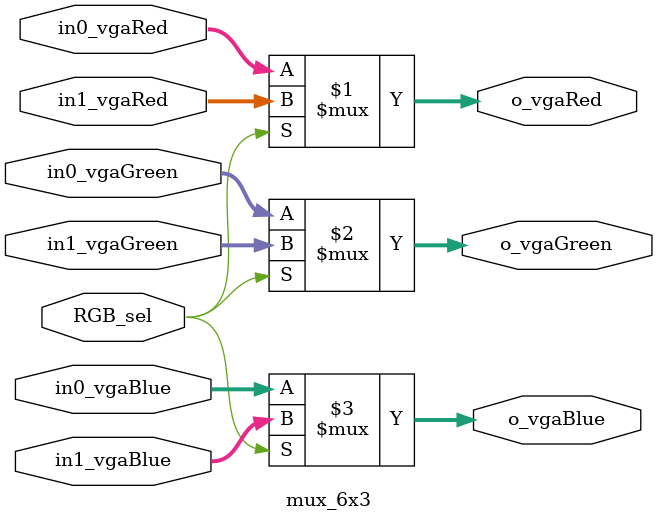
<source format=sv>
`timescale 1ns / 1ps


module VGA_SW_Test (
    input  logic       clk,
    input  logic       reset,
    // ov7670 signal
    output logic       ov7670_xclk,
    input  logic       ov7670_pclk,
    input  logic       ov7670_href,
    input  logic       ov7670_v_sync,
    input  logic [7:0] ov7670_data,
    // vag display port
    output logic       Hsync,
    output logic       Vsync,
    output logic [3:0] vgaRed,
    output logic [3:0] vgaGreen,
    output logic [3:0] vgaBlue
    // input  logic       RGB_sel,
    // input  logic       gray_sel,
    // input  logic [3:0] bright_dark,
    // input  logic [2:0] vga_out_sel,
    // input  logic [3:0] sw_red,
    // input  logic [3:0] sw_green,
    // input  logic [3:0] sw_blue,
);

    logic        display_enable;
    logic [ 9:0] x_pixel;
    logic [ 9:0] y_pixel;
    logic        vga_clk;
    logic [16:0] wAddr;
    logic [15:0] wData;
    logic        we;
    logic [16:0] rAddr;
    logic [15:0] rData;
    logic        qvga_en;
    logic [15:0] buffer;

    // assign vgaRed   = buffer[15:12];
    // assign vgaGreen = buffer[10:7];
    // assign vgaBlue  = buffer[4:1];

    clk_wiz_0 U_clk_wiz_0 (
        .vga_clk   (vga_clk),      // output vga_clk
        .ov7670_clk(ov7670_xclk),  // output ov7670_clk
        .reset     (reset),        // input reset
        .clk_in1   (clk)
    );

    ov7670_SetData U_ov7670_SetData (
        .pclk       (ov7670_pclk),
        .reset      (reset),
        .href       (ov7670_href),
        .v_sync     (ov7670_v_sync),
        .ov7670_data(ov7670_data),
        .we         (we),
        .wAddr      (wAddr),
        .wData      (wData)
    );

    FrameBuffer U_FrameBuffer_320x240 (
        // write side ov7670
        .wclk (ov7670_pclk),
        .we   (we),
        .wAddr(wAddr),
        .wData(wData),
        // read side vga
        .rclk (vga_clk),
        .oe   (qvga_en),
        .rAddr(rAddr),
        .rData(buffer)
    );

    RGB_Conv U_RGB_Conv (
        .RGB_16bit     (buffer),
        .display_enable(display_enable),
        .vgaRed        (vgaRed),
        .vgaGreen      (vgaGreen),
        .vgaBlue       (vgaBlue)
    );

    vga_controller U_vga_controller (
        .clk           (vga_clk),
        .reset         (reset),
        .h_sync        (Hsync),
        .v_sync        (Vsync),
        .x_pixel       (x_pixel),
        .y_pixel       (y_pixel),
        .display_enable(display_enable)
    );

    qvga_addr_decoder U_qvga_addr_decoder (
        .x_pixel(x_pixel),
        .y_pixel(y_pixel),
        .addr   (rAddr),
        .we     (qvga_en)
    );
    // logic [ 3:0] colorbar_vgaRed;
    // logic [ 3:0] colorbar_vgaGreen;
    // logic [ 3:0] colorbar_vgaBlue;
    // logic [ 3:0] sw_vgaRed;
    // logic [ 3:0] sw_vgaGreen;
    // logic [ 3:0] sw_vgaBlue;
    // logic [ 3:0] photo_vgaRed;
    // logic [ 3:0] photo_vgaGreen;
    // logic [ 3:0] photo_vgaBlue;
    // logic [ 3:0] pre_photo_vgaRed;
    // logic [ 3:0] pre_photo_vgaGreen;
    // logic [ 3:0] pre_photo_vgaBlue;
    // logic        sw;
    // logic [16:0] addr;
    // logic [15:0] lenna_data;
    // logic [ 3:0] gray_vgaRed;
    // logic [ 3:0] gray_vgaGreen;
    // logic [ 3:0] gray_vgaBlue;
    // logic [11:0] red_rgb;
    // logic [11:0] green_rgb;
    // logic [11:0] blue_rgb;
    // logic [11:0] bright_rgb;
    // logic [11:0] dark_rgb;

    // mux_final U_mux_final (
    //     .colorbar    ({colorbar_vgaRed, colorbar_vgaGreen, colorbar_vgaBlue}),
    //     .color_image ({photo_vgaRed, photo_vgaGreen, photo_vgaBlue}),
    //     .gray_image  (gray_rgb),
    //     .red_image   (red_rgb),
    //     .green_image (green_rgb),
    //     .blue_image  (blue_rgb),
    //     .bright_image(bright_rgb),
    //     .dark_image  (dark_rgb),
    //     .vga_out_sel (vga_out_sel),
    //     .vgaRGB      ({vgaRed, vgaGreen, vgaBlue})
    // );

    // rbt2gray U_rbt2gray (
    //     .color_rgb({photo_vgaRed, photo_vgaGreen, photo_vgaBlue}),
    //     .gray_rgb (gray_rgb)
    // );

    // image_red U_image_red (
    //     .color_rgb({photo_vgaRed, photo_vgaGreen, photo_vgaBlue}),
    //     .red_rgb  (red_rgb)
    // );

    // image_green U_image_green (
    //     .color_rgb({photo_vgaRed, photo_vgaGreen, photo_vgaBlue}),
    //     .green_rgb(green_rgb)
    // );

    // image_blue U_image_blue (
    //     .color_rgb({photo_vgaRed, photo_vgaGreen, photo_vgaBlue}),
    //     .blue_rgb (blue_rgb)
    // );

    // image_bright U_image_bright (
    //     .color_rgb ({photo_vgaRed, photo_vgaGreen, photo_vgaBlue}),
    //     .bright_W  (bright_dark),
    //     .bright_rgb(bright_rgb)
    // );

    // image_dark U_image_dark (
    //     .color_rgb({photo_vgaRed, photo_vgaGreen, photo_vgaBlue}),
    //     .dark_W   (bright_dark),
    //     .dark_rgb (dark_rgb)
    // );

    // mux_6x3 U_RGB_out_mux (
    //     .in0_vgaRed  (4'b0000),
    //     .in0_vgaGreen(4'b0000),
    //     .in0_vgaBlue (4'b0000),
    //     .in1_vgaRed  (pre_photo_vgaRed),
    //     .in1_vgaGreen(pre_photo_vgaGreen),
    //     .in1_vgaBlue (pre_photo_vgaBlue),
    //     .RGB_sel     (sw),
    //     .o_vgaRed    (photo_vgaRed),
    //     .o_vgaGreen  (photo_vgaGreen),
    //     .o_vgaBlue   (photo_vgaBlue)
    // );

    // VGA_Color_load_display U_VGA_Color_load_display (
    //     .x_pixel       (x_pixel),
    //     .y_pixel       (y_pixel),
    //     .display_enable(display_enable),
    //     .vgaRed        (colorbar_vgaRed),
    //     .vgaGreen      (colorbar_vgaGreen),
    //     .vgaBlue       (colorbar_vgaBlue)
    // );

    // vga_sw_data U_vga_sw_data (
    //     .sw_red        (sw_red),
    //     .sw_green      (sw_green),
    //     .sw_blue       (sw_blue),
    //     .display_enable(display_enable),
    //     .red_port      (sw_vgaRed),
    //     .green_port    (sw_vgaGreen),
    //     .blue_port     (sw_vgaBlue)
    // );

    // qvga_addr_decoder U_addr_comparator (
    //     .x_pixel(x_pixel),
    //     .y_pixel(y_pixel),
    //     .addr   (addr),
    //     .sw     (sw)
    // );

    // rom_lenna U_rom_lenna (
    //     .addr(addr),
    //     .data(lenna_data)
    // );

    // RGB_Conv U_RGB_Conv (
    //     .RGB_16bit     (lenna_data),
    //     .display_enable(display_enable),
    //     .vgaRed        (pre_photo_vgaRed),
    //     .vgaGreen      (pre_photo_vgaGreen),
    //     .vgaBlue       (pre_photo_vgaBlue)
    // );
endmodule

module mux_final (
    input  logic [11:0] colorbar,
    input  logic [11:0] color_image,
    input  logic [11:0] gray_image,
    input  logic [11:0] red_image,
    input  logic [11:0] green_image,
    input  logic [11:0] blue_image,
    input  logic [11:0] bright_image,
    input  logic [11:0] dark_image,
    input  logic [ 2:0] vga_out_sel,
    output logic [11:0] vgaRGB
);

    always_comb begin
        case (vga_out_sel)
            0: begin
                vgaRGB = colorbar;
            end
            1: begin
                vgaRGB = color_image;
            end
            2: begin
                vgaRGB = gray_image;
            end
            3: begin
                vgaRGB = red_image;
            end
            4: begin
                vgaRGB = green_image;
            end
            5: begin
                vgaRGB = blue_image;
            end
            6: begin
                vgaRGB = bright_image;
            end
            7: begin
                vgaRGB = dark_image;
            end
        endcase
    end

endmodule

module image_red (
    input  logic [11:0] color_rgb,
    output logic [11:0] red_rgb
);


    assign red_rgb = {color_rgb[11:8], color_rgb[11:8], color_rgb[11:8]};
endmodule

module image_green (
    input  logic [11:0] color_rgb,
    output logic [11:0] green_rgb
);


    assign green_rgb = {color_rgb[7:4], color_rgb[7:4], color_rgb[7:4]};
endmodule

module image_blue (
    input  logic [11:0] color_rgb,
    output logic [11:0] blue_rgb
);


    assign blue_rgb = {blue_rgb[3:0], color_rgb[3:0], color_rgb[3:0]};
endmodule

module image_bright (
    input  logic [11:0] color_rgb,
    input  logic [ 3:0] bright_W,
    output logic [11:0] bright_rgb
);


    assign bright_rgb = {
        color_rgb[11:8] + bright_W,
        color_rgb[7:4] + bright_W,
        color_rgb[3:0] + bright_W
    };
endmodule

module image_dark (
    input  logic [11:0] color_rgb,
    input  logic [ 3:0] dark_W,
    output logic [11:0] dark_rgb
);


    assign dark_rgb = {
        color_rgb[11:8] - dark_W,
        color_rgb[7:4] - dark_W,
        color_rgb[3:0] - dark_W
    };
endmodule

module rbt2gray (
    input  logic [11:0] color_rgb,
    output logic [11:0] gray_rgb
);

    localparam RW = 8'h47, GW = 8'h96, BW = 8'h1d;

    logic [11:0] gray;

    assign gray = color_rgb[11:8]*RW + color_rgb[7:4]*GW + color_rgb[3:0]*BW;

    assign gray_rgb = {gray[11:8], gray[11:8], gray[11:8]};
endmodule

module qvga_addr_decoder (
    input  logic [ 9:0] x_pixel,
    input  logic [ 9:0] y_pixel,
    output logic [16:0] addr,
    output logic        we
);
    always_comb begin
        if (x_pixel < 320 && y_pixel < 240) begin
            addr = (y_pixel * 320) + x_pixel;
            we   = 1;
            // end else if (x_pixel >= 320 && y_pixel < 240) begin
            //     addr = (y_pixel * 320) + x_pixel;
            //     we   = 1;
        end else begin
            addr = 17'bx;
            we   = 0;
        end
    end
endmodule

// module rom_lenna (
//     input  logic [16:0] addr,
//     output logic [15:0] data
// );
//     logic [15:0] rom[0:76800 - 1];

//     initial begin
//         $readmemh("phaka.mem", rom);
//     end

//     assign data = rom[addr];
// endmodule

module RGB_Conv (
    input  logic [15:0] RGB_16bit,
    input  logic        display_enable,
    output logic [ 3:0] vgaRed,
    output logic [ 3:0] vgaGreen,
    output logic [ 3:0] vgaBlue
);

    assign vgaRed   = (display_enable) ? RGB_16bit[15:12] : 4'b0000;
    assign vgaGreen = (display_enable) ? RGB_16bit[10:7] : 4'b0000;
    assign vgaBlue  = (display_enable) ? RGB_16bit[4:1] : 4'b0000;
endmodule

module mux_6x3 (
    input  logic [3:0] in0_vgaRed,
    input  logic [3:0] in0_vgaGreen,
    input  logic [3:0] in0_vgaBlue,
    input  logic [3:0] in1_vgaRed,
    input  logic [3:0] in1_vgaGreen,
    input  logic [3:0] in1_vgaBlue,
    input  logic       RGB_sel,
    output logic [3:0] o_vgaRed,
    output logic [3:0] o_vgaGreen,
    output logic [3:0] o_vgaBlue
);

    assign o_vgaRed   = (RGB_sel) ? in1_vgaRed : in0_vgaRed;
    assign o_vgaGreen = (RGB_sel) ? in1_vgaGreen : in0_vgaGreen;
    assign o_vgaBlue  = (RGB_sel) ? in1_vgaBlue : in0_vgaBlue;
endmodule

</source>
